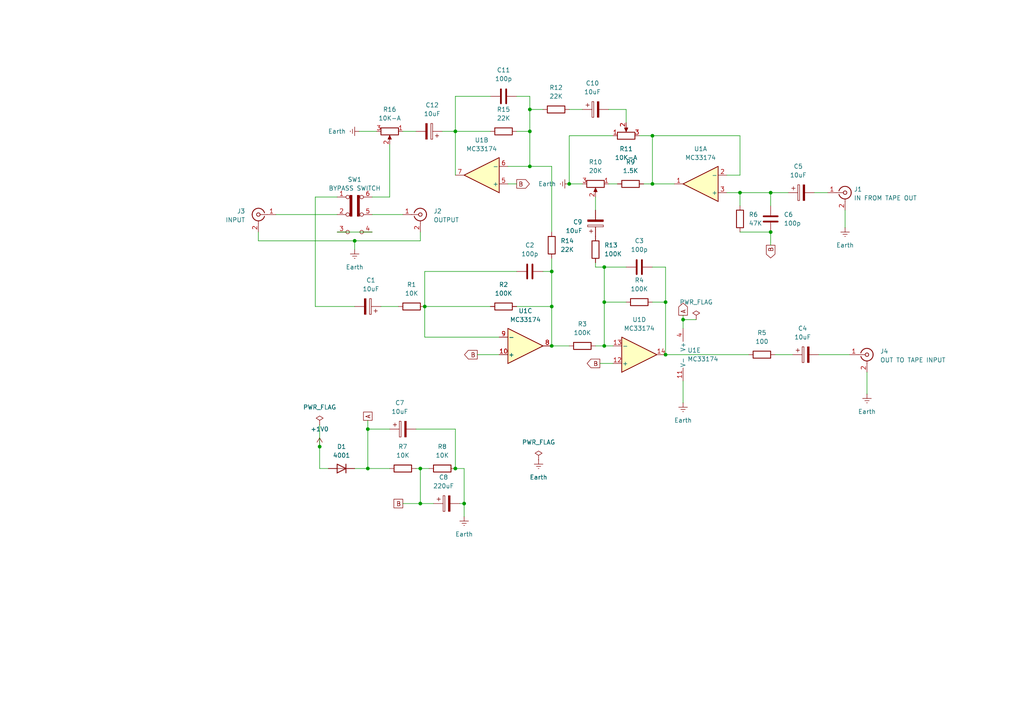
<source format=kicad_sch>
(kicad_sch (version 20250114) (generator "eeschema") (generator_version "9.0")
  (paper "A4")
  (lib_symbols
    (symbol "Amplifier_Operational:MC33174" (pin_names (offset 0.127))
      (property "Reference" "U" (at 0 5.08 0))
      (property "Value" "MC33174" (at 0 -5.08 0))
      (symbol "MC33174_1_1"
        (polyline (pts (xy -5.08 5.08) (xy 5.08 0) (xy -5.08 -5.08) (xy -5.08 5.08)) (stroke (width 0.254)) (fill (type background)))
        (pin input line (at -7.62 2.54 0) (length 2.54) (name "+") (number "3"))
        (pin input line (at -7.62 -2.54 0) (length 2.54) (name "-") (number "2"))
        (pin output line (at 7.62 0 180) (length 2.54) (name "~") (number "1"))
      )
      (symbol "MC33174_2_1"
        (polyline (pts (xy -5.08 5.08) (xy 5.08 0) (xy -5.08 -5.08) (xy -5.08 5.08)) (stroke (width 0.254)) (fill (type background)))
        (pin input line (at -7.62 2.54 0) (length 2.54) (name "+") (number "5"))
        (pin input line (at -7.62 -2.54 0) (length 2.54) (name "-") (number "6"))
        (pin output line (at 7.62 0 180) (length 2.54) (name "~") (number "7"))
      )
      (symbol "MC33174_3_1"
        (polyline (pts (xy -5.08 5.08) (xy 5.08 0) (xy -5.08 -5.08) (xy -5.08 5.08)) (stroke (width 0.254)) (fill (type background)))
        (pin input line (at -7.62 2.54 0) (length 2.54) (name "+") (number "10"))
        (pin input line (at -7.62 -2.54 0) (length 2.54) (name "-") (number "9"))
        (pin output line (at 7.62 0 180) (length 2.54) (name "~") (number "8"))
      )
      (symbol "MC33174_4_1"
        (polyline (pts (xy -5.08 5.08) (xy 5.08 0) (xy -5.08 -5.08) (xy -5.08 5.08)) (stroke (width 0.254)) (fill (type background)))
        (pin input line (at -7.62 2.54 0) (length 2.54) (name "+") (number "12"))
        (pin input line (at -7.62 -2.54 0) (length 2.54) (name "-") (number "13"))
        (pin output line (at 7.62 0 180) (length 2.54) (name "~") (number "14"))
      )
      (symbol "MC33174_5_1"
        (pin power_in line (at -2.54 7.62 270) (length 3.81) (name "V+") (number "4"))
        (pin power_in line (at -2.54 -7.62 90) (length 3.81) (name "V-") (number "11"))
      )
    )
    (symbol "Connector:Conn_Coaxial" (pin_names (offset 1.016) (hide yes))
      (property "Reference" "J" (at 0.254 3.048 0))
      (property "Value" "Conn_Coaxial" (at 2.921 0 90))
      (symbol "Conn_Coaxial_0_1"
        (polyline (pts (xy -2.54 0) (xy -0.508 0)))
        (arc (start 1.778 0) (mid 0.222 -1.8079) (end -1.778 -0.508) (stroke (width 0.254)))
        (arc (start -1.778 0.508) (mid 0.2221 1.8084) (end 1.778 0) (stroke (width 0.254)))
        (circle (center 0 0) (radius 0.508) (stroke (width 0.2032)))
        (polyline (pts (xy 0 -2.54) (xy 0 -1.778)))
      )
      (symbol "Conn_Coaxial_1_1"
        (pin passive line (at -5.08 0 0) (length 2.54) (name "In") (number "1"))
        (pin passive line (at 0 -5.08 90) (length 2.54) (name "Ext") (number "2"))
      )
    )
    (symbol "Device:C" (pin_numbers (hide yes)) (pin_names (offset 0.254))
      (property "Reference" "C" (at 0.635 2.54 0))
      (property "Value" "C" (at 0.635 -2.54 0))
      (symbol "C_0_1"
        (polyline (pts (xy -2.032 0.762) (xy 2.032 0.762)) (stroke (width 0.508)))
        (polyline (pts (xy -2.032 -0.762) (xy 2.032 -0.762)) (stroke (width 0.508)))
      )
      (symbol "C_1_1"
        (pin passive line (at 0 3.81 270) (length 2.794) (name "~") (number "1"))
        (pin passive line (at 0 -3.81 90) (length 2.794) (name "~") (number "2"))
      )
    )
    (symbol "Device:C_Polarized" (pin_numbers (hide yes)) (pin_names (offset 0.254))
      (property "Reference" "C" (at 0.635 2.54 0))
      (property "Value" "C_Polarized" (at 0.635 -2.54 0))
      (symbol "C_Polarized_0_1"
        (rectangle (start -2.286 0.508) (end 2.286 1.016))
        (polyline (pts (xy -1.778 2.286) (xy -0.762 2.286)))
        (polyline (pts (xy -1.27 2.794) (xy -1.27 1.778)))
        (rectangle (start 2.286 -0.508) (end -2.286 -1.016) (fill (type outline)))
      )
      (symbol "C_Polarized_1_1"
        (pin passive line (at 0 3.81 270) (length 2.794) (name "~") (number "1"))
        (pin passive line (at 0 -3.81 90) (length 2.794) (name "~") (number "2"))
      )
    )
    (symbol "Device:D" (pin_numbers (hide yes)) (pin_names (offset 1.016) (hide yes))
      (property "Reference" "D" (at 0 2.54 0))
      (property "Value" "D" (at 0 -2.54 0))
      (symbol "D_0_1"
        (polyline (pts (xy -1.27 1.27) (xy -1.27 -1.27)) (stroke (width 0.254)))
        (polyline (pts (xy 1.27 1.27) (xy 1.27 -1.27) (xy -1.27 0) (xy 1.27 1.27)) (stroke (width 0.254)))
        (polyline (pts (xy 1.27 0) (xy -1.27 0)))
      )
      (symbol "D_1_1"
        (pin passive line (at -3.81 0 0) (length 2.54) (name "K") (number "1"))
        (pin passive line (at 3.81 0 180) (length 2.54) (name "A") (number "2"))
      )
    )
    (symbol "Device:R" (pin_numbers (hide yes)) (pin_names (offset 0))
      (property "Reference" "R" (at 2.032 0 90))
      (property "Value" "R" (at 0 0 90))
      (symbol "R_0_1"
        (rectangle (start -1.016 -2.54) (end 1.016 2.54) (stroke (width 0.254)))
      )
      (symbol "R_1_1"
        (pin passive line (at 0 3.81 270) (length 1.27) (name "~") (number "1"))
        (pin passive line (at 0 -3.81 90) (length 1.27) (name "~") (number "2"))
      )
    )
    (symbol "Device:R_Potentiometer" (pin_names (offset 1.016) (hide yes))
      (property "Reference" "RV" (at -4.445 0 90))
      (property "Value" "R_Potentiometer" (at -2.54 0 90))
      (symbol "R_Potentiometer_0_1"
        (rectangle (start 1.016 2.54) (end -1.016 -2.54) (stroke (width 0.254)))
        (polyline (pts (xy 1.143 0) (xy 2.286 0.508) (xy 2.286 -0.508) (xy 1.143 0)) (fill (type outline)))
        (polyline (pts (xy 2.54 0) (xy 1.524 0)))
      )
      (symbol "R_Potentiometer_1_1"
        (pin passive line (at 0 3.81 270) (length 1.27) (name "1") (number "1"))
        (pin passive line (at 0 -3.81 90) (length 1.27) (name "3") (number "3"))
        (pin passive line (at 3.81 0 180) (length 1.27) (name "2") (number "2"))
      )
    )
    (symbol "Switch:SW_Slide_DPDT" (pin_names (offset 0) (hide yes))
      (property "Reference" "SW" (at 0 6.858 0))
      (property "Value" "SW_Slide_DPDT" (at 0 -8.128 0))
      (symbol "SW_Slide_DPDT_0_0"
        (circle (center -2.032 5.08) (radius 0.508))
        (circle (center -2.032 -5.08) (radius 0.508))
        (circle (center 2.032 0) (radius 0.508))
        (circle (center 2.032 -5.08) (radius 0.508))
      )
      (symbol "SW_Slide_DPDT_0_1"
        (circle (center -2.032 0) (radius 0.508))
        (circle (center 2.032 5.08) (radius 0.508))
      )
      (symbol "SW_Slide_DPDT_1_1"
        (rectangle (start -1.397 5.588) (end -0.762 -0.508) (fill (type outline)))
        (rectangle (start 0.762 5.588) (end 1.397 -0.508) (fill (type outline)))
        (pin passive line (at -5.08 5.08 0) (length 2.54) (name "A") (number "1"))
        (pin passive line (at -5.08 0 0) (length 2.54) (name "B") (number "2"))
        (pin passive line (at -5.08 -5.08 0) (length 2.54) (name "C") (number "3"))
        (pin passive line (at 5.08 5.08 180) (length 2.54) (name "C") (number "6"))
        (pin passive line (at 5.08 0 180) (length 2.54) (name "B") (number "5"))
        (pin passive line (at 5.08 -5.08 180) (length 2.54) (name "A") (number "4"))
      )
    )
    (symbol "power:+1V0" (power) (pin_numbers (hide yes)) (pin_names (offset 0) (hide yes))
      (property "Value" "+1V0" (at 0 3.556 0))
      (symbol "+1V0_0_1"
        (polyline (pts (xy -0.762 1.27) (xy 0 2.54)))
        (polyline (pts (xy 0 2.54) (xy 0.762 1.27)))
        (polyline (pts (xy 0 0) (xy 0 2.54)))
      )
      (symbol "+1V0_1_1"
        (pin power_in line (at 0 0 90) (length 0) (name "~") (number "1"))
      )
    )
    (symbol "power:Earth" (power) (pin_numbers (hide yes)) (pin_names (offset 0) (hide yes))
      (property "Value" "Earth" (at 0 -3.81 0))
      (symbol "Earth_0_1"
        (polyline (pts (xy -0.635 -1.905) (xy 0.635 -1.905)))
        (polyline (pts (xy -0.127 -2.54) (xy 0.127 -2.54)))
        (polyline (pts (xy 0 -1.27) (xy 0 0)))
        (polyline (pts (xy 1.27 -1.27) (xy -1.27 -1.27)))
      )
      (symbol "Earth_1_1"
        (pin power_in line (at 0 0 270) (length 0) (name "~") (number "1"))
      )
    )
    (symbol "power:PWR_FLAG" (power) (pin_numbers (hide yes)) (pin_names (offset 0) (hide yes))
      (property "Value" "PWR_FLAG" (at 0 3.81 0))
      (symbol "PWR_FLAG_0_0"
        (pin power_out line (at 0 0 90) (length 0) (name "~") (number "1"))
      )
      (symbol "PWR_FLAG_0_1"
        (polyline (pts (xy 0 0) (xy 0 1.27) (xy -1.016 1.905) (xy 0 2.54) (xy 1.016 1.905) (xy 0 1.27)))
      )
    )
  )
  (bus_alias "" (members))
  (junction (at 106.68 135.89))
  (junction (at 153.67 31.75))
  (junction (at 153.67 38.1))
  (junction (at 160.02 78.74))
  (junction (at 175.26 87.63))
  (junction (at 165.1 53.34))
  (junction (at 160.02 100.33))
  (junction (at 189.23 39.37))
  (junction (at 175.26 77.47))
  (junction (at 123.19 88.9))
  (junction (at 106.68 124.46))
  (junction (at 175.26 100.33))
  (junction (at 132.08 38.1))
  (junction (at 132.08 135.89))
  (junction (at 121.92 135.89))
  (junction (at 193.04 102.87))
  (junction (at 102.87 69.85))
  (junction (at 189.23 53.34))
  (junction (at 198.12 92.71))
  (junction (at 223.52 67.31))
  (junction (at 160.02 88.9))
  (junction (at 134.62 146.05))
  (junction (at 193.04 87.63))
  (junction (at 121.92 146.05))
  (junction (at 214.63 55.88))
  (junction (at 223.52 55.88))
  (junction (at 153.67 48.26))
  (junction (at 92.71 129.54))
  (wire (pts (xy 134.62 135.89) (xy 134.62 146.05)))
  (wire (pts (xy 214.63 55.88) (xy 214.63 59.69)))
  (wire (pts (xy 121.92 135.89) (xy 121.92 146.05)))
  (wire (pts (xy 110.49 88.9) (xy 115.57 88.9)))
  (wire (pts (xy 123.19 97.79) (xy 144.78 97.79)))
  (wire (pts (xy 132.08 38.1) (xy 142.24 38.1)))
  (wire (pts (xy 132.08 50.8) (xy 132.08 38.1)))
  (wire (pts (xy 165.1 53.34) (xy 165.1 39.37)))
  (wire (pts (xy 160.02 78.74) (xy 157.48 78.74)))
  (wire (pts (xy 102.87 135.89) (xy 106.68 135.89)))
  (wire (pts (xy 123.19 78.74) (xy 123.19 88.9)))
  (wire (pts (xy 193.04 102.87) (xy 217.17 102.87)))
  (wire (pts (xy 116.84 38.1) (xy 120.65 38.1)))
  (wire (pts (xy 160.02 78.74) (xy 160.02 88.9)))
  (wire (pts (xy 193.04 102.87) (xy 193.04 87.63)))
  (wire (pts (xy 160.02 74.93) (xy 160.02 78.74)))
  (wire (pts (xy 106.68 121.92) (xy 106.68 124.46)))
  (wire (pts (xy 120.65 124.46) (xy 132.08 124.46)))
  (wire (pts (xy 149.86 27.94) (xy 153.67 27.94)))
  (wire (pts (xy 198.12 92.71) (xy 198.12 95.25)))
  (wire (pts (xy 92.71 129.54) (xy 92.71 135.89)))
  (wire (pts (xy 123.19 88.9) (xy 123.19 97.79)))
  (wire (pts (xy 104.14 38.1) (xy 109.22 38.1)))
  (wire (pts (xy 138.43 102.87) (xy 144.78 102.87)))
  (wire (pts (xy 92.71 123.19) (xy 92.71 129.54)))
  (wire (pts (xy 245.11 60.96) (xy 245.11 66.04)))
  (wire (pts (xy 128.27 38.1) (xy 132.08 38.1)))
  (wire (pts (xy 74.93 69.85) (xy 102.87 69.85)))
  (wire (pts (xy 198.12 91.44) (xy 198.12 92.71)))
  (wire (pts (xy 102.87 69.85) (xy 121.92 69.85)))
  (wire (pts (xy 173.99 105.41) (xy 177.8 105.41)))
  (wire (pts (xy 121.92 146.05) (xy 125.73 146.05)))
  (wire (pts (xy 210.82 55.88) (xy 214.63 55.88)))
  (wire (pts (xy 132.08 135.89) (xy 134.62 135.89)))
  (wire (pts (xy 74.93 67.31) (xy 74.93 69.85)))
  (wire (pts (xy 153.67 38.1) (xy 153.67 48.26)))
  (wire (pts (xy 91.44 88.9) (xy 102.87 88.9)))
  (wire (pts (xy 175.26 87.63) (xy 181.61 87.63)))
  (wire (pts (xy 172.72 76.2) (xy 172.72 77.47)))
  (wire (pts (xy 160.02 67.31) (xy 160.02 48.26)))
  (wire (pts (xy 107.95 62.23) (xy 116.84 62.23)))
  (wire (pts (xy 132.08 38.1) (xy 132.08 27.94)))
  (wire (pts (xy 198.12 110.49) (xy 198.12 116.84)))
  (wire (pts (xy 153.67 31.75) (xy 153.67 38.1)))
  (wire (pts (xy 176.53 53.34) (xy 179.07 53.34)))
  (wire (pts (xy 116.84 146.05) (xy 121.92 146.05)))
  (wire (pts (xy 251.46 107.95) (xy 251.46 114.3)))
  (wire (pts (xy 80.01 62.23) (xy 97.79 62.23)))
  (wire (pts (xy 185.42 39.37) (xy 189.23 39.37)))
  (wire (pts (xy 214.63 39.37) (xy 214.63 50.8)))
  (wire (pts (xy 134.62 146.05) (xy 134.62 149.86)))
  (wire (pts (xy 165.1 53.34) (xy 168.91 53.34)))
  (wire (pts (xy 172.72 57.15) (xy 172.72 60.96)))
  (wire (pts (xy 153.67 31.75) (xy 157.48 31.75)))
  (wire (pts (xy 175.26 100.33) (xy 175.26 87.63)))
  (wire (pts (xy 106.68 124.46) (xy 113.03 124.46)))
  (wire (pts (xy 102.87 69.85) (xy 102.87 72.39)))
  (wire (pts (xy 149.86 38.1) (xy 153.67 38.1)))
  (wire (pts (xy 193.04 77.47) (xy 193.04 87.63)))
  (wire (pts (xy 172.72 100.33) (xy 175.26 100.33)))
  (wire (pts (xy 181.61 31.75) (xy 181.61 35.56)))
  (wire (pts (xy 134.62 146.05) (xy 133.35 146.05)))
  (wire (pts (xy 236.22 55.88) (xy 240.03 55.88)))
  (wire (pts (xy 160.02 100.33) (xy 165.1 100.33)))
  (wire (pts (xy 195.58 53.34) (xy 189.23 53.34)))
  (wire (pts (xy 223.52 67.31) (xy 223.52 71.12)))
  (wire (pts (xy 97.79 57.15) (xy 91.44 57.15)))
  (wire (pts (xy 132.08 124.46) (xy 132.08 135.89)))
  (wire (pts (xy 91.44 57.15) (xy 91.44 88.9)))
  (wire (pts (xy 214.63 67.31) (xy 223.52 67.31)))
  (wire (pts (xy 223.52 55.88) (xy 223.52 59.69)))
  (wire (pts (xy 223.52 55.88) (xy 228.6 55.88)))
  (wire (pts (xy 176.53 31.75) (xy 181.61 31.75)))
  (wire (pts (xy 165.1 39.37) (xy 177.8 39.37)))
  (wire (pts (xy 120.65 135.89) (xy 121.92 135.89)))
  (wire (pts (xy 123.19 78.74) (xy 149.86 78.74)))
  (wire (pts (xy 175.26 77.47) (xy 181.61 77.47)))
  (wire (pts (xy 175.26 77.47) (xy 172.72 77.47)))
  (wire (pts (xy 106.68 135.89) (xy 113.03 135.89)))
  (wire (pts (xy 149.86 88.9) (xy 160.02 88.9)))
  (wire (pts (xy 160.02 48.26) (xy 153.67 48.26)))
  (wire (pts (xy 147.32 53.34) (xy 149.86 53.34)))
  (wire (pts (xy 175.26 100.33) (xy 177.8 100.33)))
  (wire (pts (xy 175.26 87.63) (xy 175.26 77.47)))
  (wire (pts (xy 193.04 87.63) (xy 189.23 87.63)))
  (wire (pts (xy 237.49 102.87) (xy 246.38 102.87)))
  (wire (pts (xy 198.12 92.71) (xy 201.93 92.71)))
  (wire (pts (xy 132.08 27.94) (xy 142.24 27.94)))
  (wire (pts (xy 97.79 67.31) (xy 107.95 67.31)))
  (wire (pts (xy 107.95 57.15) (xy 113.03 57.15)))
  (wire (pts (xy 92.71 135.89) (xy 95.25 135.89)))
  (wire (pts (xy 214.63 55.88) (xy 223.52 55.88)))
  (wire (pts (xy 224.79 102.87) (xy 229.87 102.87)))
  (wire (pts (xy 106.68 124.46) (xy 106.68 135.89)))
  (wire (pts (xy 113.03 57.15) (xy 113.03 41.91)))
  (wire (pts (xy 214.63 50.8) (xy 210.82 50.8)))
  (wire (pts (xy 189.23 53.34) (xy 189.23 39.37)))
  (wire (pts (xy 123.19 88.9) (xy 142.24 88.9)))
  (wire (pts (xy 186.69 53.34) (xy 189.23 53.34)))
  (wire (pts (xy 121.92 135.89) (xy 124.46 135.89)))
  (wire (pts (xy 160.02 88.9) (xy 160.02 100.33)))
  (wire (pts (xy 189.23 39.37) (xy 214.63 39.37)))
  (wire (pts (xy 153.67 48.26) (xy 147.32 48.26)))
  (wire (pts (xy 189.23 77.47) (xy 193.04 77.47)))
  (wire (pts (xy 153.67 27.94) (xy 153.67 31.75)))
  (wire (pts (xy 121.92 69.85) (xy 121.92 67.31)))
  (wire (pts (xy 165.1 31.75) (xy 168.91 31.75)))
  (global_label "B" (shape output) (at 138.43 102.87 180) (property "Intersheetrefs" "${INTERSHEET_REFS}" (effects (hide yes))))
  (global_label "B" (shape output) (at 149.86 53.34 0) (property "Intersheetrefs" "${INTERSHEET_REFS}" (effects (hide yes))))
  (global_label "A" (shape output) (at 198.12 91.44 90) (property "Intersheetrefs" "${INTERSHEET_REFS}" (effects (hide yes))))
  (global_label "B" (shape output) (at 223.52 71.12 270) (property "Intersheetrefs" "${INTERSHEET_REFS}" (effects (hide yes))))
  (global_label "A" (shape passive) (at 106.68 121.92 90) (property "Intersheetrefs" "${INTERSHEET_REFS}" (effects (hide yes))))
  (global_label "B" (shape passive) (at 116.84 146.05 180) (property "Intersheetrefs" "${INTERSHEET_REFS}" (effects (hide yes))))
  (global_label "B" (shape output) (at 173.99 105.41 180) (property "Intersheetrefs" "${INTERSHEET_REFS}" (effects (hide yes))))
  (symbol (lib_id "Device:R") (at 128.27 135.89 90) (unit 1)
    (property "Reference" "R8" (at 128.27 129.54 90))
    (property "Value" "10K" (at 128.27 132.08 90))
    (property "Footprint" "Resistor_THT:R_Axial_DIN0309_L9.0mm_D3.2mm_P2.54mm_Vertical" (effects (hide yes)))
    (property "Description" "Resistor" (effects (hide yes)))
  )
  (symbol (lib_id "Device:D") (at 99.06 135.89 180) (unit 1)
    (property "Reference" "D1" (at 99.06 129.54 0))
    (property "Value" "4001" (at 99.06 132.08 0))
    (property "Footprint" "Diode_THT:D_DO-41_SOD81_P7.62mm_Horizontal" (effects (hide yes)))
    (property "Description" "Diode" (effects (hide yes)))
    (property "Sim.Device" "D" (effects (hide yes)))
    (property "Sim.Pins" "1=K 2=A" (effects (hide yes)))
  )
  (symbol (lib_id "Connector:Conn_Coaxial") (at 245.11 55.88 0) (unit 1)
    (property "Reference" "J1" (at 247.65 54.9031 0) (effects (justify left)))
    (property "Value" "IN FROM TAPE OUT" (at 247.65 57.4431 0) (effects (justify left)))
    (property "Footprint" "Connector_PinHeader_2.54mm:PinHeader_1x02_P2.54mm_Vertical" (effects (hide yes)))
    (property "Description" "coaxial connector (BNC, SMA, SMB, SMC, Cinch/RCA, LEMO, ...)" (effects (hide yes)))
  )
  (symbol (lib_id "Device:C_Polarized") (at 232.41 55.88 90) (mirror x) (unit 1)
    (property "Reference" "C5" (at 231.521 48.26 90))
    (property "Value" "10uF" (at 231.521 50.8 90))
    (property "Footprint" "Capacitor_THT:CP_Radial_D5.0mm_P2.00mm" (effects (hide yes)))
    (property "Description" "Polarized capacitor" (effects (hide yes)))
  )
  (symbol (lib_id "Device:R") (at 160.02 71.12 180) (unit 1)
    (property "Reference" "R14" (at 162.56 69.8499 0) (effects (justify right)))
    (property "Value" "22K" (at 162.56 72.3899 0) (effects (justify right)))
    (property "Footprint" "Resistor_THT:R_Axial_DIN0309_L9.0mm_D3.2mm_P2.54mm_Vertical" (effects (hide yes)))
    (property "Description" "Resistor" (effects (hide yes)))
  )
  (symbol (lib_id "Amplifier_Operational:MC33174") (at 203.2 53.34 180) (unit 1)
    (property "Reference" "U1" (at 203.2 43.18 0))
    (property "Value" "MC33174" (at 203.2 45.72 0))
    (property "Footprint" "Package_DIP:DIP-14_W7.62mm_Socket" (effects (hide yes)))
    (property "Datasheet" "http://www.onsemi.com/pub/Collateral/MC33171-D.PDF" (effects (hide yes)))
    (property "Description" "Quad Single Supply 3.0V to 44V, Low Power Operational Amplifiers, DIP-14/SOIC-14/TSSOP-14" (effects (hide yes)))
  )
  (symbol (lib_id "Amplifier_Operational:MC33174") (at 139.7 50.8 180) (unit 2)
    (property "Reference" "U1" (at 139.7 40.64 0))
    (property "Value" "MC33174" (at 139.7 43.18 0))
    (property "Footprint" "Package_DIP:DIP-14_W7.62mm_Socket" (effects (hide yes)))
    (property "Datasheet" "http://www.onsemi.com/pub/Collateral/MC33171-D.PDF" (effects (hide yes)))
    (property "Description" "Quad Single Supply 3.0V to 44V, Low Power Operational Amplifiers, DIP-14/SOIC-14/TSSOP-14" (effects (hide yes)))
  )
  (symbol (lib_id "power:PWR_FLAG") (at 156.21 133.35 0) (unit 1)
    (property "Reference" "#FLG01" (effects (hide yes)))
    (property "Value" "PWR_FLAG" (at 156.21 128.27 0))
    (property "Description" "Special symbol for telling ERC where power comes from" (effects (hide yes)))
  )
  (symbol (lib_id "Device:C") (at 146.05 27.94 90) (unit 1)
    (property "Reference" "C11" (at 146.05 20.32 90))
    (property "Value" "100p" (at 146.05 22.86 90))
    (property "Footprint" "Capacitor_THT:C_Disc_D3.0mm_W2.0mm_P2.50mm" (effects (hide yes)))
    (property "Description" "Unpolarized capacitor" (effects (hide yes)))
  )
  (symbol (lib_id "Connector:Conn_Coaxial") (at 121.92 62.23 0) (unit 1)
    (property "Reference" "J2" (at 125.73 61.2531 0) (effects (justify left)))
    (property "Value" "OUTPUT" (at 125.73 63.7931 0) (effects (justify left)))
    (property "Footprint" "Connector_PinHeader_2.54mm:PinHeader_1x02_P2.54mm_Vertical" (effects (hide yes)))
    (property "Description" "coaxial connector (BNC, SMA, SMB, SMC, Cinch/RCA, LEMO, ...)" (effects (hide yes)))
  )
  (symbol (lib_id "Device:C_Polarized") (at 172.72 64.77 0) (mirror x) (unit 1)
    (property "Reference" "C9" (at 168.91 64.3889 0) (effects (justify right)))
    (property "Value" "10uF" (at 168.91 66.9289 0) (effects (justify right)))
    (property "Footprint" "Capacitor_THT:CP_Radial_D5.0mm_P2.00mm" (effects (hide yes)))
    (property "Description" "Polarized capacitor" (effects (hide yes)))
  )
  (symbol (lib_id "Device:C_Polarized") (at 172.72 31.75 90) (mirror x) (unit 1)
    (property "Reference" "C10" (at 171.831 24.13 90))
    (property "Value" "10uF" (at 171.831 26.67 90))
    (property "Footprint" "Capacitor_THT:CP_Radial_D5.0mm_P2.00mm" (effects (hide yes)))
    (property "Description" "Polarized capacitor" (effects (hide yes)))
  )
  (symbol (lib_id "Device:R") (at 161.29 31.75 90) (unit 1)
    (property "Reference" "R12" (at 161.29 25.4 90))
    (property "Value" "22K" (at 161.29 27.94 90))
    (property "Footprint" "Resistor_THT:R_Axial_DIN0309_L9.0mm_D3.2mm_P2.54mm_Vertical" (effects (hide yes)))
    (property "Description" "Resistor" (effects (hide yes)))
  )
  (symbol (lib_id "power:Earth") (at 156.21 133.35 0) (unit 1)
    (property "Reference" "#PWR09" (effects (hide yes)))
    (property "Value" "Earth" (at 156.21 138.43 0))
    (property "Description" "Power symbol creates a global label with name \"Earth\"" (effects (hide yes)))
  )
  (symbol (lib_id "power:Earth") (at 245.11 66.04 0) (unit 1)
    (property "Reference" "#PWR02" (effects (hide yes)))
    (property "Value" "Earth" (at 245.11 71.12 0))
    (property "Description" "Power symbol creates a global label with name \"Earth\"" (effects (hide yes)))
  )
  (symbol (lib_id "Device:C_Polarized") (at 106.68 88.9 270) (mirror x) (unit 1)
    (property "Reference" "C1" (at 107.569 81.28 90))
    (property "Value" "10uF" (at 107.569 83.82 90))
    (property "Footprint" "Capacitor_THT:CP_Radial_D5.0mm_P2.00mm" (effects (hide yes)))
    (property "Description" "Polarized capacitor" (effects (hide yes)))
  )
  (symbol (lib_id "power:Earth") (at 134.62 149.86 0) (unit 1)
    (property "Reference" "#PWR06" (effects (hide yes)))
    (property "Value" "Earth" (at 134.62 154.94 0))
    (property "Description" "Power symbol creates a global label with name \"Earth\"" (effects (hide yes)))
  )
  (symbol (lib_id "Device:R") (at 220.98 102.87 270) (unit 1)
    (property "Reference" "R5" (at 220.98 96.52 90))
    (property "Value" "100" (at 220.98 99.06 90))
    (property "Footprint" "Resistor_THT:R_Axial_DIN0309_L9.0mm_D3.2mm_P2.54mm_Vertical" (effects (hide yes)))
    (property "Description" "Resistor" (effects (hide yes)))
  )
  (symbol (lib_id "Device:C") (at 223.52 63.5 0) (unit 1)
    (property "Reference" "C6" (at 227.33 62.2299 0) (effects (justify left)))
    (property "Value" "100p" (at 227.33 64.7699 0) (effects (justify left)))
    (property "Footprint" "Capacitor_THT:C_Disc_D3.0mm_W2.0mm_P2.50mm" (effects (hide yes)))
    (property "Description" "Unpolarized capacitor" (effects (hide yes)))
  )
  (symbol (lib_id "power:Earth") (at 165.1 53.34 270) (unit 1)
    (property "Reference" "#PWR03" (effects (hide yes)))
    (property "Value" "Earth" (at 161.29 53.3399 90) (effects (justify right)))
    (property "Description" "Power symbol creates a global label with name \"Earth\"" (effects (hide yes)))
  )
  (symbol (lib_id "power:PWR_FLAG") (at 201.93 92.71 0) (unit 1)
    (property "Reference" "#FLG03" (effects (hide yes)))
    (property "Value" "PWR_FLAG" (at 201.93 87.63 0))
    (property "Description" "Special symbol for telling ERC where power comes from" (effects (hide yes)))
  )
  (symbol (lib_id "Device:R") (at 185.42 87.63 270) (unit 1)
    (property "Reference" "R4" (at 185.42 81.28 90))
    (property "Value" "100K" (at 185.42 83.82 90))
    (property "Footprint" "Resistor_THT:R_Axial_DIN0309_L9.0mm_D3.2mm_P2.54mm_Vertical" (effects (hide yes)))
    (property "Description" "Resistor" (effects (hide yes)))
  )
  (symbol (lib_id "Device:R") (at 168.91 100.33 270) (unit 1)
    (property "Reference" "R3" (at 168.91 93.98 90))
    (property "Value" "100K" (at 168.91 96.52 90))
    (property "Footprint" "Resistor_THT:R_Axial_DIN0309_L9.0mm_D3.2mm_P2.54mm_Vertical" (effects (hide yes)))
    (property "Description" "Resistor" (effects (hide yes)))
  )
  (symbol (lib_id "power:+1V0") (at 92.71 129.54 0) (unit 1)
    (property "Reference" "#PWR07" (effects (hide yes)))
    (property "Value" "+1V0" (at 92.71 124.46 0))
    (property "Description" "Power symbol creates a global label with name \"+1V0\"" (effects (hide yes)))
  )
  (symbol (lib_id "Device:R") (at 146.05 88.9 270) (unit 1)
    (property "Reference" "R2" (at 146.05 82.55 90))
    (property "Value" "100K" (at 146.05 85.09 90))
    (property "Footprint" "Resistor_THT:R_Axial_DIN0309_L9.0mm_D3.2mm_P2.54mm_Vertical" (effects (hide yes)))
    (property "Description" "Resistor" (effects (hide yes)))
  )
  (symbol (lib_id "Device:C_Polarized") (at 129.54 146.05 90) (mirror x) (unit 1)
    (property "Reference" "C8" (at 128.651 138.43 90))
    (property "Value" "220uF" (at 128.651 140.97 90))
    (property "Footprint" "Capacitor_THT:CP_Radial_D6.3mm_P2.50mm" (effects (hide yes)))
    (property "Description" "Polarized capacitor" (effects (hide yes)))
  )
  (symbol (lib_id "Amplifier_Operational:MC33174") (at 200.66 102.87 0) (unit 5)
    (property "Reference" "U1" (at 199.39 101.5999 0) (effects (justify left)))
    (property "Value" "MC33174" (at 199.39 104.1399 0) (effects (justify left)))
    (property "Footprint" "Package_DIP:DIP-14_W7.62mm_Socket" (effects (hide yes)))
    (property "Datasheet" "http://www.onsemi.com/pub/Collateral/MC33171-D.PDF" (effects (hide yes)))
    (property "Description" "Quad Single Supply 3.0V to 44V, Low Power Operational Amplifiers, DIP-14/SOIC-14/TSSOP-14" (effects (hide yes)))
  )
  (symbol (lib_id "power:Earth") (at 102.87 72.39 0) (unit 1)
    (property "Reference" "#PWR05" (effects (hide yes)))
    (property "Value" "Earth" (at 102.87 77.47 0))
    (property "Description" "Power symbol creates a global label with name \"Earth\"" (effects (hide yes)))
  )
  (symbol (lib_id "Amplifier_Operational:MC33174") (at 185.42 102.87 0) (mirror x) (unit 4)
    (property "Reference" "U1" (at 185.42 92.71 0))
    (property "Value" "MC33174" (at 185.42 95.25 0))
    (property "Footprint" "Package_DIP:DIP-14_W7.62mm_Socket" (effects (hide yes)))
    (property "Datasheet" "http://www.onsemi.com/pub/Collateral/MC33171-D.PDF" (effects (hide yes)))
    (property "Description" "Quad Single Supply 3.0V to 44V, Low Power Operational Amplifiers, DIP-14/SOIC-14/TSSOP-14" (effects (hide yes)))
  )
  (symbol (lib_id "Device:C_Polarized") (at 124.46 38.1 270) (mirror x) (unit 1)
    (property "Reference" "C12" (at 125.349 30.48 90))
    (property "Value" "10uF" (at 125.349 33.02 90))
    (property "Footprint" "Capacitor_THT:CP_Radial_D5.0mm_P2.00mm" (effects (hide yes)))
    (property "Description" "Polarized capacitor" (effects (hide yes)))
  )
  (symbol (lib_id "Device:R") (at 146.05 38.1 90) (unit 1)
    (property "Reference" "R15" (at 146.05 31.75 90))
    (property "Value" "22K" (at 146.05 34.29 90))
    (property "Footprint" "Resistor_THT:R_Axial_DIN0309_L9.0mm_D3.2mm_P2.54mm_Vertical" (effects (hide yes)))
    (property "Description" "Resistor" (effects (hide yes)))
  )
  (symbol (lib_id "Connector:Conn_Coaxial") (at 74.93 62.23 0) (mirror y) (unit 1)
    (property "Reference" "J3" (at 71.12 61.2531 0) (effects (justify left)))
    (property "Value" "INPUT" (at 71.12 63.7931 0) (effects (justify left)))
    (property "Footprint" "Connector_PinHeader_2.54mm:PinHeader_1x02_P2.54mm_Vertical" (effects (hide yes)))
    (property "Description" "coaxial connector (BNC, SMA, SMB, SMC, Cinch/RCA, LEMO, ...)" (effects (hide yes)))
  )
  (symbol (lib_id "Device:R_Potentiometer") (at 181.61 39.37 90) (unit 1)
    (property "Reference" "R11" (at 181.61 43.18 90))
    (property "Value" "10K-A" (at 181.61 45.72 90))
    (property "Footprint" "Connector_PinHeader_2.54mm:PinHeader_1x03_P2.54mm_Vertical" (effects (hide yes)))
    (property "Description" "Potentiometer" (effects (hide yes)))
  )
  (symbol (lib_id "power:Earth") (at 104.14 38.1 270) (unit 1)
    (property "Reference" "#PWR04" (effects (hide yes)))
    (property "Value" "Earth" (at 100.33 38.0999 90) (effects (justify right)))
    (property "Description" "Power symbol creates a global label with name \"Earth\"" (effects (hide yes)))
  )
  (symbol (lib_id "Device:R_Potentiometer") (at 113.03 38.1 270) (unit 1)
    (property "Reference" "R16" (at 113.03 31.75 90))
    (property "Value" "10K-A" (at 113.03 34.29 90))
    (property "Footprint" "Connector_PinHeader_2.54mm:PinHeader_1x03_P2.54mm_Vertical" (effects (hide yes)))
    (property "Description" "Potentiometer" (effects (hide yes)))
  )
  (symbol (lib_id "Device:C_Polarized") (at 116.84 124.46 90) (mirror x) (unit 1)
    (property "Reference" "C7" (at 115.951 116.84 90))
    (property "Value" "10uF" (at 115.951 119.38 90))
    (property "Footprint" "Capacitor_THT:CP_Radial_D5.0mm_P2.00mm" (effects (hide yes)))
    (property "Description" "Polarized capacitor" (effects (hide yes)))
  )
  (symbol (lib_id "Device:R_Potentiometer") (at 172.72 53.34 270) (unit 1)
    (property "Reference" "R10" (at 172.72 46.99 90))
    (property "Value" "20K" (at 172.72 49.53 90))
    (property "Footprint" "Connector_PinHeader_2.54mm:PinHeader_1x03_P2.54mm_Vertical" (effects (hide yes)))
    (property "Description" "Potentiometer" (effects (hide yes)))
  )
  (symbol (lib_id "power:PWR_FLAG") (at 92.71 123.19 0) (unit 1)
    (property "Reference" "#FLG02" (effects (hide yes)))
    (property "Value" "PWR_FLAG" (at 92.71 118.11 0))
    (property "Description" "Special symbol for telling ERC where power comes from" (effects (hide yes)))
  )
  (symbol (lib_id "power:Earth") (at 251.46 114.3 0) (unit 1)
    (property "Reference" "#PWR08" (effects (hide yes)))
    (property "Value" "Earth" (at 251.46 119.38 0))
    (property "Description" "Power symbol creates a global label with name \"Earth\"" (effects (hide yes)))
  )
  (symbol (lib_id "Device:R") (at 172.72 72.39 180) (unit 1)
    (property "Reference" "R13" (at 175.26 71.1199 0) (effects (justify right)))
    (property "Value" "100K" (at 175.26 73.6599 0) (effects (justify right)))
    (property "Footprint" "Resistor_THT:R_Axial_DIN0309_L9.0mm_D3.2mm_P2.54mm_Vertical" (effects (hide yes)))
    (property "Description" "Resistor" (effects (hide yes)))
  )
  (symbol (lib_id "power:Earth") (at 198.12 116.84 0) (unit 1)
    (property "Reference" "#PWR01" (effects (hide yes)))
    (property "Value" "Earth" (at 198.12 121.92 0))
    (property "Description" "Power symbol creates a global label with name \"Earth\"" (effects (hide yes)))
  )
  (symbol (lib_id "Device:R") (at 116.84 135.89 90) (unit 1)
    (property "Reference" "R7" (at 116.84 129.54 90))
    (property "Value" "10K" (at 116.84 132.08 90))
    (property "Footprint" "Resistor_THT:R_Axial_DIN0309_L9.0mm_D3.2mm_P2.54mm_Vertical" (effects (hide yes)))
    (property "Description" "Resistor" (effects (hide yes)))
  )
  (symbol (lib_id "Switch:SW_Slide_DPDT") (at 102.87 62.23 0) (unit 1)
    (property "Reference" "SW1" (at 102.87 52.07 0))
    (property "Value" "BYPASS SWITCH" (at 102.87 54.61 0))
    (property "Footprint" "Button_Switch_THT:SW_CK_JS202011CQN_DPDT_Straight" (effects (hide yes)))
    (property "Description" "Slide Switch, dual pole double throw" (effects (hide yes)))
  )
  (symbol (lib_id "Connector:Conn_Coaxial") (at 251.46 102.87 0) (unit 1)
    (property "Reference" "J4" (at 255.27 101.8931 0) (effects (justify left)))
    (property "Value" "OUT TO TAPE INPUT" (at 255.27 104.4331 0) (effects (justify left)))
    (property "Footprint" "Connector_PinHeader_2.54mm:PinHeader_1x02_P2.54mm_Vertical" (effects (hide yes)))
    (property "Description" "coaxial connector (BNC, SMA, SMB, SMC, Cinch/RCA, LEMO, ...)" (effects (hide yes)))
  )
  (symbol (lib_id "Device:C") (at 153.67 78.74 90) (unit 1)
    (property "Reference" "C2" (at 153.67 71.12 90))
    (property "Value" "100p" (at 153.67 73.66 90))
    (property "Footprint" "Capacitor_THT:C_Disc_D3.0mm_W2.0mm_P2.50mm" (effects (hide yes)))
    (property "Description" "Unpolarized capacitor" (effects (hide yes)))
  )
  (symbol (lib_id "Device:C") (at 185.42 77.47 90) (unit 1)
    (property "Reference" "C3" (at 185.42 69.85 90))
    (property "Value" "100p" (at 185.42 72.39 90))
    (property "Footprint" "Capacitor_THT:C_Disc_D3.0mm_W2.0mm_P2.50mm" (effects (hide yes)))
    (property "Description" "Unpolarized capacitor" (effects (hide yes)))
  )
  (symbol (lib_id "Device:C_Polarized") (at 233.68 102.87 90) (mirror x) (unit 1)
    (property "Reference" "C4" (at 232.791 95.25 90))
    (property "Value" "10uF" (at 232.791 97.79 90))
    (property "Footprint" "Capacitor_THT:CP_Radial_D5.0mm_P2.00mm" (effects (hide yes)))
    (property "Description" "Polarized capacitor" (effects (hide yes)))
  )
  (symbol (lib_id "Amplifier_Operational:MC33174") (at 152.4 100.33 0) (mirror x) (unit 3)
    (property "Reference" "U1" (at 152.4 90.17 0))
    (property "Value" "MC33174" (at 152.4 92.71 0))
    (property "Footprint" "Package_DIP:DIP-14_W7.62mm_Socket" (effects (hide yes)))
    (property "Datasheet" "http://www.onsemi.com/pub/Collateral/MC33171-D.PDF" (effects (hide yes)))
    (property "Description" "Quad Single Supply 3.0V to 44V, Low Power Operational Amplifiers, DIP-14/SOIC-14/TSSOP-14" (effects (hide yes)))
  )
  (symbol (lib_id "Device:R") (at 182.88 53.34 90) (unit 1)
    (property "Reference" "R9" (at 182.88 46.99 90))
    (property "Value" "1.5K" (at 182.88 49.53 90))
    (property "Footprint" "Resistor_THT:R_Axial_DIN0309_L9.0mm_D3.2mm_P2.54mm_Vertical" (effects (hide yes)))
    (property "Description" "Resistor" (effects (hide yes)))
  )
  (symbol (lib_id "Device:R") (at 214.63 63.5 0) (unit 1)
    (property "Reference" "R6" (at 217.17 62.2299 0) (effects (justify left)))
    (property "Value" "47K" (at 217.17 64.7699 0) (effects (justify left)))
    (property "Footprint" "Resistor_THT:R_Axial_DIN0309_L9.0mm_D3.2mm_P2.54mm_Vertical" (effects (hide yes)))
    (property "Description" "Resistor" (effects (hide yes)))
  )
  (symbol (lib_id "Device:R") (at 119.38 88.9 90) (unit 1)
    (property "Reference" "R1" (at 119.38 82.55 90))
    (property "Value" "10K" (at 119.38 85.09 90))
    (property "Footprint" "Resistor_THT:R_Axial_DIN0309_L9.0mm_D3.2mm_P2.54mm_Vertical" (effects (hide yes)))
    (property "Description" "Resistor" (effects (hide yes)))
  )
)
</source>
